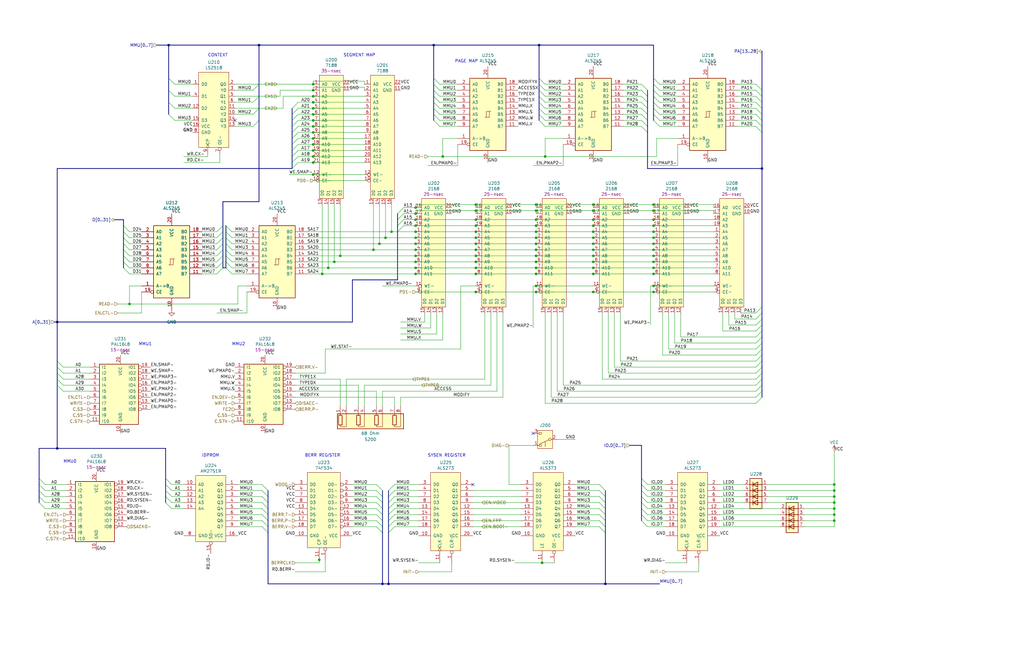
<source format=kicad_sch>
(kicad_sch (version 20231120) (generator "eeschema") (generator_version "8.0")
  (paper "USLedger")
  (title_block (title "MMU, Diag register") (date "2025-03-07") (rev "1"))
  (junction (at 132.08 60.96))
  (junction (at 200.66 100.33))
  (junction (at 250.19 123.19))
  (junction (at 226.06 92.71))
  (junction (at 162.56 100.33))
  (junction (at 200.66 107.95))
  (junction (at 157.48 105.41))
  (junction (at 175.26 92.71))
  (junction (at 132.08 45.72))
  (junction (at 132.08 73.66))
  (junction (at 175.26 97.79))
  (junction (at 132.08 50.8))
  (junction (at 227.33 19.05))
  (junction (at 250.19 92.71))
  (junction (at 24.13 189.23))
  (junction (at 275.59 123.19))
  (junction (at 321.31 71.12))
  (junction (at 186.69 66.04))
  (junction (at 200.66 86.36))
  (junction (at 140.97 110.49))
  (junction (at 226.06 115.57))
  (junction (at 175.26 115.57))
  (junction (at 250.19 113.03))
  (junction (at 200.66 97.79))
  (junction (at 250.19 110.49))
  (junction (at 143.51 107.95))
  (junction (at 275.59 120.65))
  (junction (at 175.26 105.41))
  (junction (at 226.06 105.41))
  (junction (at 200.66 92.71))
  (junction (at 175.26 87.63))
  (junction (at 200.66 115.57))
  (junction (at 250.19 102.87))
  (junction (at 54.61 128.27))
  (junction (at 200.66 88.9))
  (junction (at 351.79 212.09))
  (junction (at 275.59 115.57))
  (junction (at 175.26 107.95))
  (junction (at 160.02 102.87))
  (junction (at 132.08 68.58))
  (junction (at 275.59 107.95))
  (junction (at 351.79 207.01))
  (junction (at 351.79 219.71))
  (junction (at 135.89 115.57))
  (junction (at 200.66 110.49))
  (junction (at 132.08 43.18))
  (junction (at 226.06 95.25))
  (junction (at 226.06 113.03))
  (junction (at 229.87 66.04))
  (junction (at 250.19 97.79))
  (junction (at 24.13 135.89))
  (junction (at 351.79 204.47))
  (junction (at 275.59 86.36))
  (junction (at 226.06 123.19))
  (junction (at 275.59 113.03))
  (junction (at 175.26 102.87))
  (junction (at 226.06 100.33))
  (junction (at 351.79 214.63))
  (junction (at 250.19 105.41))
  (junction (at 250.19 107.95))
  (junction (at 163.83 246.38))
  (junction (at 175.26 110.49))
  (junction (at 132.08 53.34))
  (junction (at 226.06 107.95))
  (junction (at 226.06 102.87))
  (junction (at 250.19 100.33))
  (junction (at 250.19 88.9))
  (junction (at 250.19 86.36))
  (junction (at 109.22 19.05))
  (junction (at 138.43 113.03))
  (junction (at 275.59 100.33))
  (junction (at 275.59 97.79))
  (junction (at 226.06 86.36))
  (junction (at 132.08 48.26))
  (junction (at 275.59 92.71))
  (junction (at 200.66 113.03))
  (junction (at 226.06 97.79))
  (junction (at 132.08 63.5))
  (junction (at 200.66 105.41))
  (junction (at 175.26 90.17))
  (junction (at 134.62 236.22))
  (junction (at 250.19 115.57))
  (junction (at 275.59 95.25))
  (junction (at 226.06 88.9))
  (junction (at 132.08 38.1))
  (junction (at 132.08 40.64))
  (junction (at 226.06 110.49))
  (junction (at 175.26 100.33))
  (junction (at 132.08 55.88))
  (junction (at 226.06 120.65))
  (junction (at 132.08 35.56))
  (junction (at 255.27 246.38))
  (junction (at 275.59 110.49))
  (junction (at 275.59 105.41))
  (junction (at 275.59 102.87))
  (junction (at 175.26 95.25))
  (junction (at 132.08 66.04))
  (junction (at 351.79 217.17))
  (junction (at 200.66 102.87))
  (junction (at 182.88 19.05))
  (junction (at 351.79 209.55))
  (junction (at 228.6 237.49))
  (junction (at 132.08 58.42))
  (junction (at 161.29 246.38))
  (junction (at 275.59 88.9))
  (junction (at 250.19 95.25))
  (junction (at 165.1 97.79))
  (junction (at 200.66 95.25))
  (junction (at 200.66 123.19))
  (junction (at 71.12 19.05))
  (junction (at 175.26 113.03))
  (no_connect (at 224.79 182.88))
  (no_connect (at 99.06 50.8))
  (no_connect (at 199.39 204.47))
  (bus_entry (at 318.77 170.18) (size 2.54 -2.54))
  (bus_entry (at 275.59 38.1) (size 2.54 2.54))
  (bus_entry (at 318.77 45.72) (size 2.54 2.54))
  (bus_entry (at 91.44 107.95) (size 2.54 -2.54))
  (bus_entry (at 123.19 63.5) (size 2.54 -2.54))
  (bus_entry (at 24.13 152.4) (size 2.54 2.54))
  (bus_entry (at 167.64 90.17) (size 2.54 -2.54))
  (bus_entry (at 123.19 60.96) (size 2.54 -2.54))
  (bus_entry (at 91.44 97.79) (size 2.54 -2.54))
  (bus_entry (at 123.19 71.12) (size 2.54 -2.54))
  (bus_entry (at 110.49 207.01) (size 2.54 2.54))
  (bus_entry (at 270.51 45.72) (size 2.54 2.54))
  (bus_entry (at 270.51 204.47) (size 2.54 2.54))
  (bus_entry (at 318.77 53.34) (size 2.54 2.54))
  (bus_entry (at 123.19 50.8) (size 2.54 -2.54))
  (bus_entry (at 252.73 204.47) (size 2.54 2.54))
  (bus_entry (at 227.33 38.1) (size 2.54 2.54))
  (bus_entry (at 227.33 48.26) (size 2.54 2.54))
  (bus_entry (at 106.68 38.1) (size 2.54 -2.54))
  (bus_entry (at 163.83 219.71) (size 2.54 -2.54))
  (bus_entry (at 275.59 48.26) (size 2.54 2.54))
  (bus_entry (at 270.51 207.01) (size 2.54 2.54))
  (bus_entry (at 95.25 113.03) (size 2.54 2.54))
  (bus_entry (at 227.33 45.72) (size 2.54 2.54))
  (bus_entry (at 318.77 144.78) (size 2.54 -2.54))
  (bus_entry (at 318.77 132.08) (size 2.54 -2.54))
  (bus_entry (at 318.77 38.1) (size 2.54 2.54))
  (bus_entry (at 71.12 33.02) (size 2.54 2.54))
  (bus_entry (at 95.25 95.25) (size 2.54 2.54))
  (bus_entry (at 123.19 55.88) (size 2.54 -2.54))
  (bus_entry (at 182.88 43.18) (size 2.54 2.54))
  (bus_entry (at 270.51 212.09) (size 2.54 2.54))
  (bus_entry (at 182.88 35.56) (size 2.54 2.54))
  (bus_entry (at 91.44 110.49) (size 2.54 -2.54))
  (bus_entry (at 95.25 102.87) (size 2.54 2.54))
  (bus_entry (at 270.51 214.63) (size 2.54 2.54))
  (bus_entry (at 318.77 43.18) (size 2.54 2.54))
  (bus_entry (at 318.77 134.62) (size 2.54 -2.54))
  (bus_entry (at 318.77 48.26) (size 2.54 2.54))
  (bus_entry (at 318.77 139.7) (size 2.54 -2.54))
  (bus_entry (at 16.51 207.01) (size 2.54 2.54))
  (bus_entry (at 252.73 207.01) (size 2.54 2.54))
  (bus_entry (at 270.51 201.93) (size 2.54 2.54))
  (bus_entry (at 270.51 38.1) (size 2.54 2.54))
  (bus_entry (at 270.51 40.64) (size 2.54 2.54))
  (bus_entry (at 163.83 214.63) (size 2.54 -2.54))
  (bus_entry (at 110.49 204.47) (size 2.54 2.54))
  (bus_entry (at 91.44 100.33) (size 2.54 -2.54))
  (bus_entry (at 318.77 165.1) (size 2.54 -2.54))
  (bus_entry (at 227.33 43.18) (size 2.54 2.54))
  (bus_entry (at 52.07 100.33) (size 2.54 2.54))
  (bus_entry (at 24.13 154.94) (size 2.54 2.54))
  (bus_entry (at 227.33 40.64) (size 2.54 2.54))
  (bus_entry (at 106.68 53.34) (size 2.54 -2.54))
  (bus_entry (at 158.75 207.01) (size 2.54 2.54))
  (bus_entry (at 16.51 201.93) (size 2.54 2.54))
  (bus_entry (at 275.59 50.8) (size 2.54 2.54))
  (bus_entry (at 16.51 209.55) (size 2.54 2.54))
  (bus_entry (at 252.73 217.17) (size 2.54 2.54))
  (bus_entry (at 123.19 48.26) (size 2.54 -2.54))
  (bus_entry (at 158.75 212.09) (size 2.54 2.54))
  (bus_entry (at 110.49 219.71) (size 2.54 2.54))
  (bus_entry (at 318.77 152.4) (size 2.54 -2.54))
  (bus_entry (at 318.77 167.64) (size 2.54 -2.54))
  (bus_entry (at 158.75 209.55) (size 2.54 2.54))
  (bus_entry (at 91.44 102.87) (size 2.54 -2.54))
  (bus_entry (at 16.51 204.47) (size 2.54 2.54))
  (bus_entry (at 123.19 45.72) (size 2.54 -2.54))
  (bus_entry (at 69.85 209.55) (size 2.54 2.54))
  (bus_entry (at 71.12 43.18) (size 2.54 2.54))
  (bus_entry (at 110.49 212.09) (size 2.54 2.54))
  (bus_entry (at 52.07 102.87) (size 2.54 2.54))
  (bus_entry (at 16.51 212.09) (size 2.54 2.54))
  (bus_entry (at 24.13 160.02) (size 2.54 2.54))
  (bus_entry (at 252.73 222.25) (size 2.54 2.54))
  (bus_entry (at 167.64 95.25) (size 2.54 -2.54))
  (bus_entry (at 182.88 38.1) (size 2.54 2.54))
  (bus_entry (at 163.83 222.25) (size 2.54 -2.54))
  (bus_entry (at 275.59 40.64) (size 2.54 2.54))
  (bus_entry (at 52.07 110.49) (size 2.54 2.54))
  (bus_entry (at 158.75 217.17) (size 2.54 2.54))
  (bus_entry (at 227.33 50.8) (size 2.54 2.54))
  (bus_entry (at 270.51 217.17) (size 2.54 2.54))
  (bus_entry (at 95.25 110.49) (size 2.54 2.54))
  (bus_entry (at 69.85 201.93) (size 2.54 2.54))
  (bus_entry (at 69.85 204.47) (size 2.54 2.54))
  (bus_entry (at 163.83 217.17) (size 2.54 -2.54))
  (bus_entry (at 106.68 43.18) (size 2.54 -2.54))
  (bus_entry (at 110.49 214.63) (size 2.54 2.54))
  (bus_entry (at 110.49 222.25) (size 2.54 2.54))
  (bus_entry (at 52.07 95.25) (size 2.54 2.54))
  (bus_entry (at 227.33 33.02) (size 2.54 2.54))
  (bus_entry (at 270.51 53.34) (size 2.54 2.54))
  (bus_entry (at 24.13 162.56) (size 2.54 2.54))
  (bus_entry (at 270.51 209.55) (size 2.54 2.54))
  (bus_entry (at 270.51 48.26) (size 2.54 2.54))
  (bus_entry (at 71.12 48.26) (size 2.54 2.54))
  (bus_entry (at 69.85 207.01) (size 2.54 2.54))
  (bus_entry (at 252.73 219.71) (size 2.54 2.54))
  (bus_entry (at 318.77 142.24) (size 2.54 -2.54))
  (bus_entry (at 52.07 105.41) (size 2.54 2.54))
  (bus_entry (at 318.77 35.56) (size 2.54 2.54))
  (bus_entry (at 158.75 222.25) (size 2.54 2.54))
  (bus_entry (at 158.75 214.63) (size 2.54 2.54))
  (bus_entry (at 182.88 33.02) (size 2.54 2.54))
  (bus_entry (at 275.59 43.18) (size 2.54 2.54))
  (bus_entry (at 95.25 97.79) (size 2.54 2.54))
  (bus_entry (at 52.07 113.03) (size 2.54 2.54))
  (bus_entry (at 182.88 45.72) (size 2.54 2.54))
  (bus_entry (at 270.51 50.8) (size 2.54 2.54))
  (bus_entry (at 318.77 50.8) (size 2.54 2.54))
  (bus_entry (at 167.64 97.79) (size 2.54 -2.54))
  (bus_entry (at 252.73 214.63) (size 2.54 2.54))
  (bus_entry (at 69.85 212.09) (size 2.54 2.54))
  (bus_entry (at 318.77 147.32) (size 2.54 -2.54))
  (bus_entry (at 163.83 209.55) (size 2.54 -2.54))
  (bus_entry (at 110.49 217.17) (size 2.54 2.54))
  (bus_entry (at 275.59 35.56) (size 2.54 2.54))
  (bus_entry (at 163.83 207.01) (size 2.54 -2.54))
  (bus_entry (at 182.88 50.8) (size 2.54 2.54))
  (bus_entry (at 252.73 209.55) (size 2.54 2.54))
  (bus_entry (at 123.19 66.04) (size 2.54 -2.54))
  (bus_entry (at 318.77 160.02) (size 2.54 -2.54))
  (bus_entry (at 275.59 45.72) (size 2.54 2.54))
  (bus_entry (at 106.68 48.26) (size 2.54 -2.54))
  (bus_entry (at 182.88 40.64) (size 2.54 2.54))
  (bus_entry (at 167.64 92.71) (size 2.54 -2.54))
  (bus_entry (at 227.33 35.56) (size 2.54 2.54))
  (bus_entry (at 91.44 115.57) (size 2.54 -2.54))
  (bus_entry (at 91.44 113.03) (size 2.54 -2.54))
  (bus_entry (at 158.75 219.71) (size 2.54 2.54))
  (bus_entry (at 163.83 224.79) (size 2.54 -2.54))
  (bus_entry (at 318.77 157.48) (size 2.54 -2.54))
  (bus_entry (at 270.51 35.56) (size 2.54 2.54))
  (bus_entry (at 71.12 38.1) (size 2.54 2.54))
  (bus_entry (at 318.77 162.56) (size 2.54 -2.54))
  (bus_entry (at 270.51 219.71) (size 2.54 2.54))
  (bus_entry (at 52.07 107.95) (size 2.54 2.54))
  (bus_entry (at 318.77 154.94) (size 2.54 -2.54))
  (bus_entry (at 318.77 40.64) (size 2.54 2.54))
  (bus_entry (at 110.49 209.55) (size 2.54 2.54))
  (bus_entry (at 123.19 53.34) (size 2.54 -2.54))
  (bus_entry (at 270.51 43.18) (size 2.54 2.54))
  (bus_entry (at 252.73 212.09) (size 2.54 2.54))
  (bus_entry (at 91.44 105.41) (size 2.54 -2.54))
  (bus_entry (at 123.19 68.58) (size 2.54 -2.54))
  (bus_entry (at 275.59 33.02) (size 2.54 2.54))
  (bus_entry (at 318.77 149.86) (size 2.54 -2.54))
  (bus_entry (at 24.13 157.48) (size 2.54 2.54))
  (bus_entry (at 95.25 100.33) (size 2.54 2.54))
  (bus_entry (at 318.77 137.16) (size 2.54 -2.54))
  (bus_entry (at 52.07 97.79) (size 2.54 2.54))
  (bus_entry (at 158.75 204.47) (size 2.54 2.54))
  (bus_entry (at 163.83 212.09) (size 2.54 -2.54))
  (bus_entry (at 95.25 107.95) (size 2.54 2.54))
  (bus_entry (at 182.88 48.26) (size 2.54 2.54))
  (bus_entry (at 95.25 105.41) (size 2.54 2.54))
  (bus_entry (at 123.19 58.42) (size 2.54 -2.54))
  (wire (pts (xy 278.13 48.26) (xy 285.75 48.26)))
  (bus (pts (xy 275.59 48.26) (xy 275.59 50.8)))
  (wire (pts (xy 303.53 217.17) (xy 328.93 217.17)))
  (wire (pts (xy 226.06 113.03) (xy 250.19 113.03)))
  (wire (pts (xy 97.79 110.49) (xy 104.14 110.49)))
  (bus (pts (xy 161.29 214.63) (xy 161.29 217.17)))
  (wire (pts (xy 278.13 53.34) (xy 285.75 53.34)))
  (wire (pts (xy 226.06 86.36) (xy 226.06 87.63)))
  (bus (pts (xy 93.98 107.95) (xy 93.98 110.49)))
  (wire (pts (xy 132.08 58.42) (xy 153.67 58.42)))
  (bus (pts (xy 66.04 19.05) (xy 71.12 19.05)))
  (wire (pts (xy 185.42 50.8) (xy 193.04 50.8)))
  (wire (pts (xy 132.08 38.1) (xy 132.08 36.83)))
  (bus (pts (xy 16.51 209.55) (xy 16.51 212.09)))
  (wire (pts (xy 318.77 149.86) (xy 279.4 149.86)))
  (wire (pts (xy 132.08 55.88) (xy 153.67 55.88)))
  (wire (pts (xy 300.99 88.9) (xy 300.99 90.17)))
  (wire (pts (xy 200.66 105.41) (xy 226.06 105.41)))
  (wire (pts (xy 124.46 165.1) (xy 158.75 165.1)))
  (wire (pts (xy 318.77 142.24) (xy 287.02 142.24)))
  (bus (pts (xy 95.25 97.79) (xy 95.25 100.33)))
  (wire (pts (xy 229.87 43.18) (xy 237.49 43.18)))
  (bus (pts (xy 270.51 212.09) (xy 270.51 214.63)))
  (wire (pts (xy 110.49 209.55) (xy 100.33 209.55)))
  (bus (pts (xy 273.05 43.18) (xy 273.05 45.72)))
  (wire (pts (xy 351.79 222.25) (xy 351.79 219.71)))
  (bus (pts (xy 148.59 135.89) (xy 24.13 135.89)))
  (bus (pts (xy 109.22 35.56) (xy 109.22 40.64)))
  (bus (pts (xy 182.88 19.05) (xy 227.33 19.05)))
  (wire (pts (xy 262.89 38.1) (xy 270.51 38.1)))
  (wire (pts (xy 157.48 86.36) (xy 157.48 105.41)))
  (wire (pts (xy 250.19 105.41) (xy 275.59 105.41)))
  (wire (pts (xy 165.1 97.79) (xy 167.64 97.79)))
  (wire (pts (xy 285.75 69.85) (xy 274.32 69.85)))
  (bus (pts (xy 255.27 214.63) (xy 255.27 217.17)))
  (wire (pts (xy 311.15 53.34) (xy 318.77 53.34)))
  (wire (pts (xy 134.62 237.49) (xy 124.46 237.49)))
  (wire (pts (xy 104.14 123.19) (xy 104.14 132.08)))
  (bus (pts (xy 24.13 71.12) (xy 24.13 135.89)))
  (wire (pts (xy 200.66 115.57) (xy 226.06 115.57)))
  (wire (pts (xy 214.63 204.47) (xy 219.71 204.47)))
  (bus (pts (xy 69.85 207.01) (xy 69.85 209.55)))
  (wire (pts (xy 252.73 204.47) (xy 242.57 204.47)))
  (wire (pts (xy 275.59 100.33) (xy 300.99 100.33)))
  (bus (pts (xy 113.03 222.25) (xy 113.03 224.79)))
  (wire (pts (xy 226.06 88.9) (xy 226.06 90.17)))
  (wire (pts (xy 284.48 144.78) (xy 284.48 132.08)))
  (wire (pts (xy 311.15 35.56) (xy 318.77 35.56)))
  (wire (pts (xy 204.47 160.02) (xy 204.47 132.08)))
  (wire (pts (xy 226.06 105.41) (xy 250.19 105.41)))
  (wire (pts (xy 26.67 165.1) (xy 38.1 165.1)))
  (wire (pts (xy 132.08 76.2) (xy 153.67 76.2)))
  (bus (pts (xy 321.31 71.12) (xy 321.31 129.54)))
  (wire (pts (xy 168.91 171.45) (xy 168.91 167.64)))
  (wire (pts (xy 275.59 120.65) (xy 300.99 120.65)))
  (bus (pts (xy 321.31 40.64) (xy 321.31 43.18)))
  (wire (pts (xy 109.22 45.72) (xy 119.38 45.72)))
  (wire (pts (xy 160.02 102.87) (xy 175.26 102.87)))
  (bus (pts (xy 255.27 217.17) (xy 255.27 219.71)))
  (wire (pts (xy 26.67 162.56) (xy 38.1 162.56)))
  (wire (pts (xy 226.06 92.71) (xy 250.19 92.71)))
  (wire (pts (xy 285.75 58.42) (xy 276.86 58.42)))
  (wire (pts (xy 106.68 48.26) (xy 99.06 48.26)))
  (bus (pts (xy 163.83 209.55) (xy 163.83 212.09)))
  (bus (pts (xy 270.51 187.96) (xy 265.43 187.96)))
  (wire (pts (xy 26.67 154.94) (xy 38.1 154.94)))
  (wire (pts (xy 289.56 237.49) (xy 280.67 237.49)))
  (wire (pts (xy 132.08 63.5) (xy 153.67 63.5)))
  (wire (pts (xy 137.16 157.48) (xy 137.16 147.32)))
  (wire (pts (xy 85.09 97.79) (xy 91.44 97.79)))
  (wire (pts (xy 261.62 152.4) (xy 261.62 132.08)))
  (bus (pts (xy 255.27 224.79) (xy 255.27 246.38)))
  (wire (pts (xy 226.06 95.25) (xy 250.19 95.25)))
  (wire (pts (xy 262.89 45.72) (xy 270.51 45.72)))
  (wire (pts (xy 209.55 165.1) (xy 209.55 132.08)))
  (bus (pts (xy 227.33 19.05) (xy 275.59 19.05)))
  (wire (pts (xy 143.51 86.36) (xy 143.51 107.95)))
  (wire (pts (xy 85.09 107.95) (xy 91.44 107.95)))
  (wire (pts (xy 100.33 120.65) (xy 100.33 128.27)))
  (bus (pts (xy 95.25 105.41) (xy 95.25 107.95)))
  (bus (pts (xy 270.51 207.01) (xy 270.51 209.55)))
  (bus (pts (xy 113.03 207.01) (xy 113.03 209.55)))
  (bus (pts (xy 163.83 246.38) (xy 255.27 246.38)))
  (wire (pts (xy 137.16 147.32) (xy 194.31 147.32)))
  (wire (pts (xy 318.77 170.18) (xy 229.87 170.18)))
  (wire (pts (xy 252.73 214.63) (xy 242.57 214.63)))
  (bus (pts (xy 167.64 92.71) (xy 167.64 95.25)))
  (wire (pts (xy 250.19 102.87) (xy 275.59 102.87)))
  (wire (pts (xy 72.39 204.47) (xy 77.47 204.47)))
  (wire (pts (xy 99.06 45.72) (xy 109.22 45.72)))
  (wire (pts (xy 226.06 100.33) (xy 250.19 100.33)))
  (wire (pts (xy 161.29 171.45) (xy 161.29 165.1)))
  (wire (pts (xy 318.77 147.32) (xy 281.94 147.32)))
  (bus (pts (xy 123.19 48.26) (xy 123.19 50.8)))
  (wire (pts (xy 85.09 115.57) (xy 91.44 115.57)))
  (wire (pts (xy 199.39 219.71) (xy 219.71 219.71)))
  (bus (pts (xy 275.59 19.05) (xy 275.59 33.02)))
  (wire (pts (xy 229.87 170.18) (xy 229.87 132.08)))
  (wire (pts (xy 250.19 88.9) (xy 275.59 88.9)))
  (wire (pts (xy 311.15 50.8) (xy 318.77 50.8)))
  (bus (pts (xy 161.29 209.55) (xy 161.29 212.09)))
  (wire (pts (xy 125.73 66.04) (xy 132.08 66.04)))
  (wire (pts (xy 132.08 34.29) (xy 153.67 34.29)))
  (wire (pts (xy 125.73 45.72) (xy 132.08 45.72)))
  (wire (pts (xy 158.75 214.63) (xy 148.59 214.63)))
  (bus (pts (xy 270.51 209.55) (xy 270.51 212.09)))
  (wire (pts (xy 274.32 120.65) (xy 274.32 137.16)))
  (wire (pts (xy 166.37 222.25) (xy 176.53 222.25)))
  (wire (pts (xy 167.64 97.79) (xy 175.26 97.79)))
  (bus (pts (xy 52.07 105.41) (xy 52.07 107.95)))
  (wire (pts (xy 185.42 53.34) (xy 193.04 53.34)))
  (wire (pts (xy 158.75 204.47) (xy 148.59 204.47)))
  (wire (pts (xy 73.66 35.56) (xy 81.28 35.56)))
  (bus (pts (xy 69.85 204.47) (xy 69.85 207.01)))
  (bus (pts (xy 93.98 100.33) (xy 93.98 102.87)))
  (wire (pts (xy 175.26 100.33) (xy 200.66 100.33)))
  (wire (pts (xy 250.19 97.79) (xy 275.59 97.79)))
  (wire (pts (xy 275.59 95.25) (xy 300.99 95.25)))
  (bus (pts (xy 123.19 58.42) (xy 123.19 60.96)))
  (wire (pts (xy 146.05 160.02) (xy 204.47 160.02)))
  (wire (pts (xy 175.26 107.95) (xy 200.66 107.95)))
  (wire (pts (xy 229.87 45.72) (xy 237.49 45.72)))
  (wire (pts (xy 229.87 53.34) (xy 237.49 53.34)))
  (wire (pts (xy 19.05 204.47) (xy 27.94 204.47)))
  (wire (pts (xy 226.06 97.79) (xy 250.19 97.79)))
  (wire (pts (xy 242.57 217.17) (xy 252.73 217.17)))
  (wire (pts (xy 180.34 69.85) (xy 193.04 69.85)))
  (wire (pts (xy 229.87 58.42) (xy 237.49 58.42)))
  (wire (pts (xy 175.26 102.87) (xy 200.66 102.87)))
  (wire (pts (xy 184.15 132.08) (xy 184.15 140.97)))
  (bus (pts (xy 161.29 222.25) (xy 161.29 224.79)))
  (wire (pts (xy 186.69 143.51) (xy 168.91 143.51)))
  (wire (pts (xy 287.02 142.24) (xy 287.02 132.08)))
  (wire (pts (xy 110.49 219.71) (xy 100.33 219.71)))
  (bus (pts (xy 321.31 147.32) (xy 321.31 149.86)))
  (wire (pts (xy 153.67 36.83) (xy 153.67 38.1)))
  (wire (pts (xy 228.6 237.49) (xy 217.17 237.49)))
  (wire (pts (xy 252.73 209.55) (xy 242.57 209.55)))
  (wire (pts (xy 165.1 97.79) (xy 129.54 97.79)))
  (bus (pts (xy 123.19 55.88) (xy 123.19 58.42)))
  (bus (pts (xy 227.33 38.1) (xy 227.33 40.64)))
  (wire (pts (xy 262.89 40.64) (xy 270.51 40.64)))
  (wire (pts (xy 176.53 209.55) (xy 166.37 209.55)))
  (wire (pts (xy 148.59 212.09) (xy 158.75 212.09)))
  (bus (pts (xy 24.13 154.94) (xy 24.13 157.48)))
  (wire (pts (xy 234.95 185.42) (xy 242.57 185.42)))
  (wire (pts (xy 185.42 43.18) (xy 193.04 43.18)))
  (wire (pts (xy 135.89 86.36) (xy 135.89 115.57)))
  (wire (pts (xy 184.15 140.97) (xy 168.91 140.97)))
  (wire (pts (xy 185.42 237.49) (xy 176.53 237.49)))
  (wire (pts (xy 162.56 100.33) (xy 175.26 100.33)))
  (bus (pts (xy 321.31 144.78) (xy 321.31 147.32)))
  (wire (pts (xy 200.66 86.36) (xy 200.66 87.63)))
  (bus (pts (xy 161.29 207.01) (xy 161.29 209.55)))
  (bus (pts (xy 71.12 38.1) (xy 71.12 43.18)))
  (bus (pts (xy 273.05 38.1) (xy 273.05 40.64)))
  (wire (pts (xy 318.77 160.02) (xy 254 160.02)))
  (wire (pts (xy 186.69 132.08) (xy 186.69 143.51)))
  (wire (pts (xy 242.57 212.09) (xy 252.73 212.09)))
  (bus (pts (xy 255.27 246.38) (xy 278.13 246.38)))
  (wire (pts (xy 170.18 87.63) (xy 175.26 87.63)))
  (wire (pts (xy 323.85 212.09) (xy 351.79 212.09)))
  (wire (pts (xy 200.66 92.71) (xy 226.06 92.71)))
  (wire (pts (xy 226.06 86.36) (xy 250.19 86.36)))
  (wire (pts (xy 54.61 107.95) (xy 59.69 107.95)))
  (bus (pts (xy 109.22 85.09) (xy 93.98 85.09)))
  (wire (pts (xy 158.75 219.71) (xy 148.59 219.71)))
  (wire (pts (xy 146.05 160.02) (xy 146.05 171.45)))
  (wire (pts (xy 160.02 102.87) (xy 129.54 102.87)))
  (wire (pts (xy 175.26 87.63) (xy 175.26 86.36)))
  (wire (pts (xy 285.75 60.96) (xy 285.75 69.85)))
  (wire (pts (xy 54.61 128.27) (xy 54.61 120.65)))
  (wire (pts (xy 54.61 110.49) (xy 59.69 110.49)))
  (wire (pts (xy 175.26 110.49) (xy 200.66 110.49)))
  (wire (pts (xy 175.26 97.79) (xy 200.66 97.79)))
  (wire (pts (xy 278.13 43.18) (xy 285.75 43.18)))
  (bus (pts (xy 109.22 19.05) (xy 182.88 19.05)))
  (wire (pts (xy 97.79 102.87) (xy 104.14 102.87)))
  (wire (pts (xy 132.08 40.64) (xy 153.67 40.64)))
  (wire (pts (xy 129.54 110.49) (xy 140.97 110.49)))
  (wire (pts (xy 92.71 64.77) (xy 92.71 68.58)))
  (wire (pts (xy 311.15 43.18) (xy 318.77 43.18)))
  (bus (pts (xy 93.98 95.25) (xy 93.98 97.79)))
  (wire (pts (xy 106.68 53.34) (xy 99.06 53.34)))
  (wire (pts (xy 275.59 115.57) (xy 300.99 115.57)))
  (wire (pts (xy 207.01 162.56) (xy 207.01 132.08)))
  (bus (pts (xy 69.85 189.23) (xy 69.85 201.93)))
  (wire (pts (xy 186.69 66.04) (xy 180.34 66.04)))
  (wire (pts (xy 226.06 120.65) (xy 224.79 120.65)))
  (bus (pts (xy 71.12 43.18) (xy 71.12 48.26)))
  (wire (pts (xy 275.59 86.36) (xy 300.99 86.36)))
  (bus (pts (xy 95.25 102.87) (xy 95.25 105.41)))
  (wire (pts (xy 200.66 95.25) (xy 226.06 95.25)))
  (bus (pts (xy 161.29 246.38) (xy 163.83 246.38)))
  (wire (pts (xy 190.5 237.49) (xy 190.5 241.3)))
  (wire (pts (xy 19.05 209.55) (xy 27.94 209.55)))
  (wire (pts (xy 199.39 212.09) (xy 219.71 212.09)))
  (bus (pts (xy 161.29 219.71) (xy 161.29 222.25)))
  (wire (pts (xy 161.29 120.65) (xy 175.26 120.65)))
  (wire (pts (xy 148.59 222.25) (xy 158.75 222.25)))
  (wire (pts (xy 176.53 219.71) (xy 166.37 219.71)))
  (wire (pts (xy 318.77 152.4) (xy 261.62 152.4)))
  (wire (pts (xy 54.61 128.27) (xy 49.53 128.27)))
  (bus (pts (xy 71.12 33.02) (xy 71.12 38.1)))
  (wire (pts (xy 85.09 113.03) (xy 91.44 113.03)))
  (wire (pts (xy 229.87 50.8) (xy 237.49 50.8)))
  (wire (pts (xy 54.61 113.03) (xy 59.69 113.03)))
  (wire (pts (xy 85.09 100.33) (xy 91.44 100.33)))
  (wire (pts (xy 226.06 102.87) (xy 250.19 102.87)))
  (wire (pts (xy 304.8 139.7) (xy 304.8 132.08)))
  (bus (pts (xy 321.31 71.12) (xy 273.05 71.12)))
  (wire (pts (xy 351.79 217.17) (xy 351.79 214.63)))
  (bus (pts (xy 123.19 50.8) (xy 123.19 53.34)))
  (wire (pts (xy 273.05 217.17) (xy 280.67 217.17)))
  (wire (pts (xy 273.05 204.47) (xy 280.67 204.47)))
  (wire (pts (xy 233.68 237.49) (xy 228.6 237.49)))
  (wire (pts (xy 275.59 105.41) (xy 300.99 105.41)))
  (bus (pts (xy 69.85 201.93) (xy 69.85 204.47)))
  (wire (pts (xy 148.59 207.01) (xy 158.75 207.01)))
  (wire (pts (xy 318.77 144.78) (xy 284.48 144.78)))
  (bus (pts (xy 109.22 45.72) (xy 109.22 50.8)))
  (wire (pts (xy 124.46 157.48) (xy 137.16 157.48)))
  (wire (pts (xy 318.77 162.56) (xy 237.49 162.56)))
  (bus (pts (xy 95.25 100.33) (xy 95.25 102.87)))
  (wire (pts (xy 153.67 171.45) (xy 153.67 162.56)))
  (wire (pts (xy 303.53 207.01) (xy 313.69 207.01)))
  (wire (pts (xy 19.05 212.09) (xy 27.94 212.09)))
  (wire (pts (xy 140.97 86.36) (xy 140.97 110.49)))
  (wire (pts (xy 176.53 214.63) (xy 166.37 214.63)))
  (bus (pts (xy 167.64 95.25) (xy 167.64 97.79)))
  (wire (pts (xy 278.13 40.64) (xy 285.75 40.64)))
  (bus (pts (xy 93.98 97.79) (xy 93.98 100.33)))
  (wire (pts (xy 143.51 160.02) (xy 143.51 171.45)))
  (bus (pts (xy 321.31 38.1) (xy 321.31 40.64)))
  (bus (pts (xy 255.27 207.01) (xy 255.27 209.55)))
  (wire (pts (xy 125.73 43.18) (xy 132.08 43.18)))
  (wire (pts (xy 229.87 35.56) (xy 237.49 35.56)))
  (bus (pts (xy 123.19 53.34) (xy 123.19 55.88)))
  (wire (pts (xy 162.56 100.33) (xy 129.54 100.33)))
  (bus (pts (xy 52.07 110.49) (xy 52.07 113.03)))
  (bus (pts (xy 270.51 214.63) (xy 270.51 217.17)))
  (wire (pts (xy 212.09 167.64) (xy 212.09 132.08)))
  (wire (pts (xy 300.99 86.36) (xy 300.99 87.63)))
  (bus (pts (xy 321.31 50.8) (xy 321.31 53.34)))
  (wire (pts (xy 97.79 100.33) (xy 104.14 100.33)))
  (bus (pts (xy 16.51 204.47) (xy 16.51 207.01)))
  (wire (pts (xy 323.85 209.55) (xy 351.79 209.55)))
  (wire (pts (xy 194.31 120.65) (xy 200.66 120.65)))
  (wire (pts (xy 125.73 68.58) (xy 132.08 68.58)))
  (wire (pts (xy 175.26 115.57) (xy 200.66 115.57)))
  (wire (pts (xy 134.62 234.95) (xy 134.62 236.22)))
  (wire (pts (xy 179.07 132.08) (xy 179.07 135.89)))
  (bus (pts (xy 167.64 118.11) (xy 148.59 118.11)))
  (wire (pts (xy 339.09 217.17) (xy 351.79 217.17)))
  (bus (pts (xy 113.03 217.17) (xy 113.03 219.71)))
  (wire (pts (xy 100.33 207.01) (xy 110.49 207.01)))
  (wire (pts (xy 104.14 132.08) (xy 91.44 132.08)))
  (wire (pts (xy 276.86 66.04) (xy 229.87 66.04)))
  (wire (pts (xy 262.89 50.8) (xy 270.51 50.8)))
  (bus (pts (xy 321.31 48.26) (xy 321.31 50.8)))
  (bus (pts (xy 321.31 160.02) (xy 321.31 162.56)))
  (wire (pts (xy 275.59 110.49) (xy 300.99 110.49)))
  (bus (pts (xy 52.07 97.79) (xy 52.07 100.33)))
  (bus (pts (xy 93.98 85.09) (xy 93.98 95.25)))
  (wire (pts (xy 132.08 66.04) (xy 153.67 66.04)))
  (wire (pts (xy 262.89 48.26) (xy 270.51 48.26)))
  (bus (pts (xy 52.07 92.71) (xy 52.07 95.25)))
  (wire (pts (xy 134.62 236.22) (xy 134.62 237.49)))
  (wire (pts (xy 100.33 222.25) (xy 110.49 222.25)))
  (wire (pts (xy 273.05 214.63) (xy 280.67 214.63)))
  (wire (pts (xy 72.39 214.63) (xy 77.47 214.63)))
  (wire (pts (xy 124.46 167.64) (xy 166.37 167.64)))
  (bus (pts (xy 321.31 53.34) (xy 321.31 55.88)))
  (wire (pts (xy 229.87 48.26) (xy 237.49 48.26)))
  (wire (pts (xy 250.19 92.71) (xy 275.59 92.71)))
  (wire (pts (xy 229.87 40.64) (xy 237.49 40.64)))
  (wire (pts (xy 200.66 123.19) (xy 226.06 123.19)))
  (bus (pts (xy 321.31 129.54) (xy 321.31 132.08)))
  (bus (pts (xy 123.19 68.58) (xy 123.19 71.12)))
  (wire (pts (xy 318.77 137.16) (xy 307.34 137.16)))
  (wire (pts (xy 275.59 88.9) (xy 300.99 88.9)))
  (wire (pts (xy 318.77 157.48) (xy 256.54 157.48)))
  (bus (pts (xy 24.13 157.48) (xy 24.13 160.02)))
  (bus (pts (xy 321.31 137.16) (xy 321.31 139.7)))
  (wire (pts (xy 158.75 165.1) (xy 158.75 171.45)))
  (bus (pts (xy 182.88 35.56) (xy 182.88 38.1)))
  (wire (pts (xy 200.66 102.87) (xy 226.06 102.87)))
  (wire (pts (xy 250.19 95.25) (xy 275.59 95.25)))
  (bus (pts (xy 227.33 48.26) (xy 227.33 50.8)))
  (wire (pts (xy 109.22 35.56) (xy 132.08 35.56)))
  (wire (pts (xy 151.13 162.56) (xy 151.13 171.45)))
  (wire (pts (xy 250.19 86.36) (xy 275.59 86.36)))
  (wire (pts (xy 229.87 66.04) (xy 229.87 58.42)))
  (bus (pts (xy 163.83 207.01) (xy 163.83 209.55)))
  (wire (pts (xy 179.07 135.89) (xy 168.91 135.89)))
  (wire (pts (xy 118.11 40.64) (xy 118.11 38.1)))
  (wire (pts (xy 124.46 162.56) (xy 151.13 162.56)))
  (wire (pts (xy 99.06 40.64) (xy 109.22 40.64)))
  (bus (pts (xy 227.33 45.72) (xy 227.33 48.26)))
  (wire (pts (xy 175.26 92.71) (xy 200.66 92.71)))
  (wire (pts (xy 259.08 154.94) (xy 259.08 132.08)))
  (wire (pts (xy 339.09 214.63) (xy 351.79 214.63)))
  (wire (pts (xy 273.05 207.01) (xy 280.67 207.01)))
  (bus (pts (xy 161.29 212.09) (xy 161.29 214.63)))
  (wire (pts (xy 318.77 165.1) (xy 234.95 165.1)))
  (wire (pts (xy 224.79 187.96) (xy 214.63 187.96)))
  (wire (pts (xy 73.66 45.72) (xy 81.28 45.72)))
  (wire (pts (xy 185.42 35.56) (xy 193.04 35.56)))
  (wire (pts (xy 54.61 102.87) (xy 59.69 102.87)))
  (bus (pts (xy 24.13 162.56) (xy 24.13 189.23)))
  (bus (pts (xy 24.13 135.89) (xy 22.86 135.89)))
  (wire (pts (xy 137.16 241.3) (xy 124.46 241.3)))
  (wire (pts (xy 303.53 219.71) (xy 328.93 219.71)))
  (wire (pts (xy 278.13 38.1) (xy 285.75 38.1)))
  (bus (pts (xy 275.59 45.72) (xy 275.59 48.26)))
  (bus (pts (xy 255.27 222.25) (xy 255.27 224.79)))
  (wire (pts (xy 132.08 45.72) (xy 153.67 45.72)))
  (bus (pts (xy 24.13 71.12) (xy 123.19 71.12)))
  (wire (pts (xy 129.54 113.03) (xy 138.43 113.03)))
  (wire (pts (xy 318.77 134.62) (xy 309.88 134.62)))
  (bus (pts (xy 24.13 189.23) (xy 16.51 189.23)))
  (bus (pts (xy 69.85 209.55) (xy 69.85 212.09)))
  (wire (pts (xy 323.85 207.01) (xy 351.79 207.01)))
  (wire (pts (xy 165.1 86.36) (xy 165.1 97.79)))
  (wire (pts (xy 54.61 115.57) (xy 59.69 115.57)))
  (wire (pts (xy 250.19 115.57) (xy 275.59 115.57)))
  (bus (pts (xy 16.51 189.23) (xy 16.51 201.93)))
  (bus (pts (xy 273.05 53.34) (xy 273.05 55.88)))
  (wire (pts (xy 125.73 55.88) (xy 132.08 55.88)))
  (wire (pts (xy 132.08 50.8) (xy 153.67 50.8)))
  (wire (pts (xy 200.66 107.95) (xy 226.06 107.95)))
  (bus (pts (xy 123.19 45.72) (xy 123.19 48.26)))
  (bus (pts (xy 255.27 209.55) (xy 255.27 212.09)))
  (wire (pts (xy 92.71 68.58) (xy 77.47 68.58)))
  (wire (pts (xy 242.57 207.01) (xy 252.73 207.01)))
  (bus (pts (xy 321.31 21.59) (xy 321.31 38.1)))
  (bus (pts (xy 182.88 45.72) (xy 182.88 48.26)))
  (bus (pts (xy 163.83 214.63) (xy 163.83 217.17)))
  (wire (pts (xy 232.41 167.64) (xy 232.41 132.08)))
  (wire (pts (xy 311.15 48.26) (xy 318.77 48.26)))
  (wire (pts (xy 200.66 88.9) (xy 200.66 90.17)))
  (wire (pts (xy 200.66 100.33) (xy 226.06 100.33)))
  (wire (pts (xy 153.67 34.29) (xy 153.67 35.56)))
  (bus (pts (xy 275.59 43.18) (xy 275.59 45.72)))
  (bus (pts (xy 95.25 107.95) (xy 95.25 110.49)))
  (wire (pts (xy 200.66 97.79) (xy 226.06 97.79)))
  (wire (pts (xy 226.06 107.95) (xy 250.19 107.95)))
  (wire (pts (xy 125.73 48.26) (xy 132.08 48.26)))
  (wire (pts (xy 226.06 110.49) (xy 250.19 110.49)))
  (bus (pts (xy 24.13 160.02) (xy 24.13 162.56)))
  (bus (pts (xy 93.98 105.41) (xy 93.98 107.95)))
  (wire (pts (xy 278.13 45.72) (xy 285.75 45.72)))
  (wire (pts (xy 276.86 58.42) (xy 276.86 66.04)))
  (wire (pts (xy 294.64 241.3) (xy 280.67 241.3)))
  (wire (pts (xy 181.61 138.43) (xy 168.91 138.43)))
  (wire (pts (xy 132.08 68.58) (xy 153.67 68.58)))
  (bus (pts (xy 227.33 35.56) (xy 227.33 38.1)))
  (wire (pts (xy 49.53 132.08) (xy 59.69 132.08)))
  (bus (pts (xy 182.88 19.05) (xy 182.88 33.02)))
  (bus (pts (xy 52.07 102.87) (xy 52.07 105.41)))
  (bus (pts (xy 321.31 149.86) (xy 321.31 152.4)))
  (bus (pts (xy 275.59 38.1) (xy 275.59 40.64)))
  (bus (pts (xy 93.98 102.87) (xy 93.98 105.41)))
  (bus (pts (xy 24.13 152.4) (xy 24.13 154.94)))
  (wire (pts (xy 262.89 53.34) (xy 270.51 53.34)))
  (wire (pts (xy 166.37 207.01) (xy 176.53 207.01)))
  (wire (pts (xy 19.05 214.63) (xy 27.94 214.63)))
  (wire (pts (xy 132.08 73.66) (xy 153.67 73.66)))
  (wire (pts (xy 250.19 86.36) (xy 250.19 87.63)))
  (wire (pts (xy 199.39 214.63) (xy 219.71 214.63)))
  (wire (pts (xy 175.26 90.17) (xy 175.26 88.9)))
  (wire (pts (xy 275.59 113.03) (xy 300.99 113.03)))
  (bus (pts (xy 161.29 224.79) (xy 161.29 246.38)))
  (wire (pts (xy 129.54 107.95) (xy 143.51 107.95)))
  (bus (pts (xy 255.27 212.09) (xy 255.27 214.63)))
  (wire (pts (xy 119.38 40.64) (xy 132.08 40.64)))
  (wire (pts (xy 138.43 113.03) (xy 175.26 113.03)))
  (wire (pts (xy 148.59 217.17) (xy 158.75 217.17)))
  (bus (pts (xy 275.59 33.02) (xy 275.59 35.56)))
  (wire (pts (xy 125.73 63.5) (xy 132.08 63.5)))
  (bus (pts (xy 163.83 222.25) (xy 163.83 224.79)))
  (bus (pts (xy 270.51 204.47) (xy 270.51 207.01)))
  (wire (pts (xy 351.79 204.47) (xy 351.79 190.5)))
  (wire (pts (xy 262.89 43.18) (xy 270.51 43.18)))
  (wire (pts (xy 185.42 45.72) (xy 193.04 45.72)))
  (wire (pts (xy 275.59 97.79) (xy 300.99 97.79)))
  (wire (pts (xy 226.06 120.65) (xy 250.19 120.65)))
  (wire (pts (xy 87.63 64.77) (xy 87.63 66.04)))
  (wire (pts (xy 318.77 154.94) (xy 259.08 154.94)))
  (wire (pts (xy 351.79 219.71) (xy 351.79 217.17)))
  (wire (pts (xy 234.95 165.1) (xy 234.95 132.08)))
  (wire (pts (xy 273.05 209.55) (xy 280.67 209.55)))
  (wire (pts (xy 54.61 120.65) (xy 59.69 120.65)))
  (wire (pts (xy 307.34 137.16) (xy 307.34 132.08)))
  (wire (pts (xy 185.42 48.26) (xy 193.04 48.26)))
  (bus (pts (xy 71.12 19.05) (xy 109.22 19.05)))
  (wire (pts (xy 275.59 88.9) (xy 275.59 90.17)))
  (wire (pts (xy 72.39 212.09) (xy 77.47 212.09)))
  (wire (pts (xy 351.79 209.55) (xy 351.79 207.01)))
  (wire (pts (xy 275.59 86.36) (xy 275.59 87.63)))
  (wire (pts (xy 170.18 92.71) (xy 175.26 92.71)))
  (wire (pts (xy 339.09 222.25) (xy 351.79 222.25)))
  (bus (pts (xy 227.33 43.18) (xy 227.33 45.72)))
  (wire (pts (xy 200.66 86.36) (xy 226.06 86.36)))
  (wire (pts (xy 175.26 88.9) (xy 200.66 88.9)))
  (wire (pts (xy 100.33 212.09) (xy 110.49 212.09)))
  (bus (pts (xy 321.31 43.18) (xy 321.31 45.72)))
  (bus (pts (xy 163.83 219.71) (xy 163.83 222.25)))
  (wire (pts (xy 250.19 123.19) (xy 275.59 123.19)))
  (bus (pts (xy 123.19 60.96) (xy 123.19 63.5)))
  (bus (pts (xy 148.59 118.11) (xy 148.59 135.89)))
  (wire (pts (xy 26.67 157.48) (xy 38.1 157.48)))
  (wire (pts (xy 275.59 92.71) (xy 300.99 92.71)))
  (wire (pts (xy 351.79 212.09) (xy 351.79 209.55)))
  (wire (pts (xy 351.79 207.01) (xy 351.79 204.47)))
  (wire (pts (xy 132.08 60.96) (xy 153.67 60.96)))
  (wire (pts (xy 193.04 60.96) (xy 193.04 69.85)))
  (wire (pts (xy 237.49 162.56) (xy 237.49 132.08)))
  (wire (pts (xy 137.16 236.22) (xy 137.16 241.3)))
  (bus (pts (xy 273.05 48.26) (xy 273.05 50.8)))
  (bus (pts (xy 275.59 40.64) (xy 275.59 43.18)))
  (wire (pts (xy 157.48 105.41) (xy 175.26 105.41)))
  (wire (pts (xy 200.66 110.49) (xy 226.06 110.49)))
  (wire (pts (xy 256.54 157.48) (xy 256.54 132.08)))
  (wire (pts (xy 19.05 207.01) (xy 27.94 207.01)))
  (wire (pts (xy 59.69 132.08) (xy 59.69 123.19)))
  (wire (pts (xy 252.73 219.71) (xy 242.57 219.71)))
  (wire (pts (xy 175.26 123.19) (xy 200.66 123.19)))
  (wire (pts (xy 237.49 69.85) (xy 224.79 69.85)))
  (wire (pts (xy 303.53 204.47) (xy 313.69 204.47)))
  (bus (pts (xy 321.31 142.24) (xy 321.31 144.78)))
  (bus (pts (xy 123.19 63.5) (xy 123.19 66.04)))
  (wire (pts (xy 250.19 100.33) (xy 275.59 100.33)))
  (bus (pts (xy 182.88 38.1) (xy 182.88 40.64)))
  (wire (pts (xy 186.69 66.04) (xy 186.69 58.42)))
  (wire (pts (xy 224.79 120.65) (xy 224.79 138.43)))
  (wire (pts (xy 135.89 115.57) (xy 175.26 115.57)))
  (bus (pts (xy 321.31 139.7) (xy 321.31 142.24)))
  (bus (pts (xy 273.05 45.72) (xy 273.05 48.26)))
  (wire (pts (xy 250.19 107.95) (xy 275.59 107.95)))
  (wire (pts (xy 303.53 209.55) (xy 313.69 209.55)))
  (bus (pts (xy 182.88 40.64) (xy 182.88 43.18)))
  (wire (pts (xy 161.29 165.1) (xy 209.55 165.1)))
  (wire (pts (xy 339.09 219.71) (xy 351.79 219.71)))
  (wire (pts (xy 237.49 60.96) (xy 237.49 69.85)))
  (wire (pts (xy 199.39 209.55) (xy 219.71 209.55)))
  (wire (pts (xy 254 160.02) (xy 254 132.08)))
  (wire (pts (xy 190.5 241.3) (xy 176.53 241.3)))
  (bus (pts (xy 163.83 217.17) (xy 163.83 219.71)))
  (bus (pts (xy 182.88 43.18) (xy 182.88 45.72)))
  (wire (pts (xy 125.73 60.96) (xy 132.08 60.96)))
  (wire (pts (xy 87.63 66.04) (xy 77.47 66.04)))
  (wire (pts (xy 250.19 110.49) (xy 275.59 110.49)))
  (wire (pts (xy 153.67 162.56) (xy 207.01 162.56)))
  (bus (pts (xy 270.51 217.17) (xy 270.51 219.71)))
  (wire (pts (xy 166.37 217.17) (xy 176.53 217.17)))
  (wire (pts (xy 262.89 35.56) (xy 270.51 35.56)))
  (wire (pts (xy 229.87 66.04) (xy 186.69 66.04)))
  (wire (pts (xy 250.19 113.03) (xy 275.59 113.03)))
  (bus (pts (xy 321.31 165.1) (xy 321.31 167.64)))
  (wire (pts (xy 100.33 128.27) (xy 54.61 128.27)))
  (wire (pts (xy 166.37 167.64) (xy 166.37 171.45)))
  (bus (pts (xy 273.05 50.8) (xy 273.05 53.34)))
  (bus (pts (xy 95.25 110.49) (xy 95.25 113.03)))
  (bus (pts (xy 161.29 217.17) (xy 161.29 219.71)))
  (bus (pts (xy 321.31 132.08) (xy 321.31 134.62)))
  (wire (pts (xy 214.63 187.96) (xy 214.63 204.47)))
  (wire (pts (xy 309.88 134.62) (xy 309.88 132.08)))
  (wire (pts (xy 226.06 123.19) (xy 250.19 123.19)))
  (wire (pts (xy 242.57 222.25) (xy 252.73 222.25)))
  (bus (pts (xy 163.83 212.09) (xy 163.83 214.63)))
  (wire (pts (xy 181.61 132.08) (xy 181.61 138.43)))
  (wire (pts (xy 186.69 58.42) (xy 193.04 58.42)))
  (wire (pts (xy 132.08 36.83) (xy 153.67 36.83)))
  (wire (pts (xy 85.09 105.41) (xy 91.44 105.41)))
  (wire (pts (xy 318.77 139.7) (xy 304.8 139.7)))
  (wire (pts (xy 85.09 102.87) (xy 91.44 102.87)))
  (bus (pts (xy 52.07 95.25) (xy 52.07 97.79)))
  (bus (pts (xy 113.03 214.63) (xy 113.03 217.17)))
  (wire (pts (xy 273.05 212.09) (xy 280.67 212.09)))
  (wire (pts (xy 185.42 38.1) (xy 193.04 38.1)))
  (bus (pts (xy 321.31 154.94) (xy 321.31 157.48)))
  (bus (pts (xy 113.03 246.38) (xy 161.29 246.38)))
  (wire (pts (xy 132.08 48.26) (xy 153.67 48.26)))
  (wire (pts (xy 97.79 97.79) (xy 104.14 97.79)))
  (bus (pts (xy 95.25 95.25) (xy 95.25 97.79)))
  (bus (pts (xy 167.64 90.17) (xy 167.64 92.71)))
  (wire (pts (xy 132.08 53.34) (xy 153.67 53.34)))
  (wire (pts (xy 311.15 45.72) (xy 318.77 45.72)))
  (wire (pts (xy 138.43 86.36) (xy 138.43 113.03)))
  (wire (pts (xy 200.66 88.9) (xy 226.06 88.9)))
  (bus (pts (xy 69.85 189.23) (xy 24.13 189.23)))
  (bus (pts (xy 52.07 107.95) (xy 52.07 110.49)))
  (wire (pts (xy 132.08 43.18) (xy 153.67 43.18)))
  (wire (pts (xy 110.49 204.47) (xy 100.33 204.47)))
  (wire (pts (xy 124.46 160.02) (xy 143.51 160.02)))
  (bus (pts (xy 321.31 45.72) (xy 321.31 48.26)))
  (bus (pts (xy 113.03 212.09) (xy 113.03 214.63)))
  (bus (pts (xy 270.51 201.93) (xy 270.51 204.47)))
  (wire (pts (xy 170.18 90.17) (xy 175.26 90.17)))
  (wire (pts (xy 199.39 207.01) (xy 219.71 207.01)))
  (wire (pts (xy 175.26 113.03) (xy 200.66 113.03)))
  (bus (pts (xy 273.05 55.88) (xy 273.05 71.12)))
  (wire (pts (xy 250.19 88.9) (xy 250.19 90.17)))
  (wire (pts (xy 104.14 120.65) (xy 100.33 120.65)))
  (wire (pts (xy 303.53 222.25) (xy 328.93 222.25)))
  (wire (pts (xy 26.67 160.02) (xy 38.1 160.02)))
  (wire (pts (xy 281.94 147.32) (xy 281.94 132.08)))
  (wire (pts (xy 100.33 217.17) (xy 110.49 217.17)))
  (wire (pts (xy 175.26 105.41) (xy 200.66 105.41)))
  (wire (pts (xy 72.39 207.01) (xy 77.47 207.01)))
  (bus (pts (xy 109.22 40.64) (xy 109.22 45.72)))
  (bus (pts (xy 24.13 135.89) (xy 24.13 152.4)))
  (bus (pts (xy 182.88 48.26) (xy 182.88 50.8)))
  (wire (pts (xy 143.51 107.95) (xy 175.26 107.95)))
  (wire (pts (xy 311.15 40.64) (xy 318.77 40.64)))
  (wire (pts (xy 273.05 222.25) (xy 280.67 222.25)))
  (wire (pts (xy 119.38 45.72) (xy 119.38 40.64)))
  (wire (pts (xy 275.59 120.65) (xy 274.32 120.65)))
  (wire (pts (xy 72.39 209.55) (xy 77.47 209.55)))
  (wire (pts (xy 278.13 50.8) (xy 285.75 50.8)))
  (wire (pts (xy 303.53 212.09) (xy 313.69 212.09)))
  (bus (pts (xy 52.07 92.71) (xy 48.26 92.71)))
  (wire (pts (xy 275.59 102.87) (xy 300.99 102.87)))
  (wire (pts (xy 323.85 204.47) (xy 351.79 204.47)))
  (bus (pts (xy 71.12 19.05) (xy 71.12 33.02)))
  (bus (pts (xy 109.22 50.8) (xy 109.22 85.09)))
  (wire (pts (xy 125.73 50.8) (xy 132.08 50.8)))
  (bus (pts (xy 93.98 110.49) (xy 93.98 113.03)))
  (wire (pts (xy 118.11 38.1) (xy 132.08 38.1)))
  (bus (pts (xy 113.03 224.79) (xy 113.03 246.38)))
  (wire (pts (xy 129.54 115.57) (xy 135.89 115.57)))
  (bus (pts (xy 113.03 219.71) (xy 113.03 222.25)))
  (bus (pts (xy 321.31 152.4) (xy 321.31 154.94)))
  (bus (pts (xy 275.59 35.56) (xy 275.59 38.1)))
  (bus (pts (xy 270.51 187.96) (xy 270.51 201.93)))
  (wire (pts (xy 97.79 105.41) (xy 104.14 105.41)))
  (wire (pts (xy 158.75 209.55) (xy 148.59 209.55)))
  (wire (pts (xy 175.26 95.25) (xy 200.66 95.25)))
  (bus (pts (xy 273.05 40.64) (xy 273.05 43.18)))
  (wire (pts (xy 351.79 214.63) (xy 351.79 212.09)))
  (wire (pts (xy 303.53 214.63) (xy 328.93 214.63)))
  (wire (pts (xy 199.39 217.17) (xy 219.71 217.17)))
  (wire (pts (xy 273.05 219.71) (xy 280.67 219.71)))
  (bus (pts (xy 93.98 113.03) (xy 95.25 113.03)))
  (wire (pts (xy 99.06 35.56) (xy 109.22 35.56)))
  (wire (pts (xy 226.06 115.57) (xy 250.19 115.57)))
  (wire (pts (xy 294.64 237.49) (xy 294.64 241.3)))
  (bus (pts (xy 321.31 162.56) (xy 321.31 165.1)))
  (wire (pts (xy 97.79 107.95) (xy 104.14 107.95)))
  (wire (pts (xy 275.59 123.19) (xy 300.99 123.19)))
  (bus (pts (xy 227.33 40.64) (xy 227.33 43.18)))
  (wire (pts (xy 132.08 35.56) (xy 132.08 34.29)))
  (wire (pts (xy 226.06 88.9) (xy 250.19 88.9)))
  (wire (pts (xy 110.49 214.63) (xy 100.33 214.63)))
  (bus (pts (xy 113.03 209.55) (xy 113.03 212.09)))
  (wire (pts (xy 229.87 38.1) (xy 237.49 38.1)))
  (wire (pts (xy 168.91 167.64) (xy 212.09 167.64)))
  (bus (pts (xy 167.64 97.79) (xy 167.64 118.11)))
  (wire (pts (xy 85.09 110.49) (xy 91.44 110.49)))
  (wire (pts (xy 106.68 43.18) (xy 99.06 43.18)))
  (wire (pts (xy 170.18 95.25) (xy 175.26 95.25)))
  (bus (pts (xy 227.33 19.05) (xy 227.33 33.02)))
  (wire (pts (xy 175.26 86.36) (xy 200.66 86.36)))
  (wire (pts (xy 157.48 105.41) (xy 129.54 105.41)))
  (wire (pts (xy 54.61 105.41) (xy 59.69 105.41)))
  (wire (pts (xy 185.42 40.64) (xy 193.04 40.64)))
  (wire (pts (xy 125.73 58.42) (xy 132.08 58.42)))
  (wire (pts (xy 125.73 53.34) (xy 132.08 53.34)))
  (wire (pts (xy 166.37 212.09) (xy 176.53 212.09)))
  (wire (pts (xy 318.77 132.08) (xy 312.42 132.08)))
  (wire (pts (xy 97.79 115.57) (xy 104.14 115.57)))
  (bus (pts (xy 227.33 33.02) (xy 227.33 35.56)))
  (wire (pts (xy 140.97 110.49) (xy 175.26 110.49)))
  (wire (pts (xy 176.53 204.47) (xy 166.37 204.47)))
  (wire (pts (xy 73.66 40.64) (xy 81.28 40.64)))
  (wire (pts (xy 278.13 35.56) (xy 285.75 35.56)))
  (wire (pts (xy 194.31 147.32) (xy 194.31 120.65)))
  (wire (pts (xy 279.4 149.86) (xy 279.4 132.08)))
  (wire (pts (xy 106.68 38.1) (xy 99.06 38.1)))
  (bus (pts (xy 109.22 19.05) (xy 109.22 35.56)))
  (wire (pts (xy 160.02 86.36) (xy 160.02 102.87)))
  (wire (pts (xy 275.59 107.95) (xy 300.99 107.95)))
  (wire (pts (xy 54.61 97.79) (xy 59.69 97.79)))
  (wire (pts (xy 162.56 86.36) (xy 162.56 100.33)))
  (wire (pts (xy 200.66 113.03) (xy 226.06 113.03)))
  (wire (pts (xy 54.61 100.33) (xy 59.69 100.33)))
  (wire (pts (xy 97.79 113.03) (xy 104.14 113.03)))
  (wire (pts (xy 73.66 50.8) (xy 81.28 50.8)))
  (bus (pts (xy 182.88 33.02) (xy 182.88 35.56)))
  (wire (pts (xy 318.77 167.64) (xy 232.41 167.64)))
  (bus (pts (xy 52.07 100.33) (xy 52.07 102.87)))
  (wire (pts (xy 311.15 38.1) (xy 318.77 38.1)))
  (wire (pts (xy 109.22 40.64) (xy 118.11 40.64)))
  (bus (pts (xy 255.27 219.71) (xy 255.27 222.25)))
  (bus (pts (xy 16.51 207.01) (xy 16.51 209.55)))
  (bus (pts (xy 321.31 55.88) (xy 321.31 71.12)))
  (bus (pts (xy 163.83 224.79) (xy 163.83 246.38)))
  (wire (pts (xy 132.08 73.66) (xy 121.92 73.66)))
  (wire (pts (xy 199.39 222.25) (xy 219.71 222.25)))
  (bus (pts (xy 16.51 201.93) (xy 16.51 204.47)))
  (bus (pts (xy 321.31 157.48) (xy 321.31 160.02)))
  (bus (pts (xy 123.19 66.04) (xy 123.19 68.58)))
  (bus (pts (xy 321.31 134.62) (xy 321.31 137.16)))
  (text "IDPROM" (at 85.09 193.04 0) (effects (font (size 1.27 1.27)) (justify left bottom)))
  (text "SYSEN REGISTER" (at 180.34 193.04 0) (effects (font (size 1.27 1.27)) (justify left bottom)))
  (text "PAGE MAP" (at 191.77 26.67 0) (effects (font (size 1.27 1.27)) (justify left bottom)))
  (text "MMU2" (at 97.79 146.05 0) (effects (font (size 1.27 1.27)) (justify left bottom)))
  (text "BERR REGISTER" (at 143.51 193.04 0) (effects (font (size 1.27 1.27)) (justify right bottom)))
  (text "CONTEXT" (at 87.63 24.13 0) (effects (font (size 1.27 1.27)) (justify left bottom)))
  (text "MMU0" (at 26.67 195.58 0) (effects (font (size 1.27 1.27)) (justify left bottom)))
  (text "SEGMENT MAP" (at 144.78 24.13 0) (effects (font (size 1.27 1.27)) (justify left bottom)))
  (text "MMU1" (at 58.42 146.05 0) (effects (font (size 1.27 1.27)) (justify left bottom)))
  (label "VCC" (at 40.64 199.39 0))
  (label "VCC" (at 116.84 90.17 0))
  (label "PA13" (at 312.42 35.56 0))
  (label "MMU1" (at 74.93 40.64 0))
  (label "A18" (at 127 66.04 0))
  (label "MMU6" (at 99.06 113.03 0))
  (label "VCC" (at 215.9 87.63 0))
  (label "TYPE0X" (at 218.44 40.64 0))
  (label "MMU2" (at 279.4 40.64 0))
  (label "GND" (at 205.74 68.58 0))
  (label "VCC" (at 124.46 214.63 180))
  (label "VCC" (at 147.32 35.56 0))
  (label "MMU3" (at 186.69 43.18 0))
  (label "VCC" (at 351.79 190.5 0))
  (label "VCC" (at 50.8 149.86 0))
  (label "A0" (at 73.66 204.47 0))
  (label "MMU7" (at 186.69 53.34 0))
  (label "PA19" (at 284.48 147.32 0))
  (label "GND" (at 81.28 55.88 180))
  (label "MMU2" (at 85.09 102.87 0))
  (label "LED6" (at 304.8 219.71 0))
  (label "MMU6" (at 248.92 219.71 180))
  (label "A20" (at 127 43.18 0))
  (label "WR.CX-" (at 53.34 204.47 0))
  (label "WE.PMAP2-" (at 224.79 138.43 180))
  (label "GND" (at 242.57 185.42 180))
  (label "MMU2" (at 154.94 209.55 180))
  (label "PA17" (at 289.56 142.24 0))
  (label "MMU7" (at 106.68 222.25 180))
  (label "PA23" (at 259.08 157.48 0))
  (label "MMU4" (at 85.09 107.95 0))
  (label "PA17" (at 312.42 45.72 0))
  (label "WE.PMAP2-" (at 63.5 165.1 0))
  (label "A1" (at 73.66 207.01 0))
  (label "PA23" (at 264.16 40.64 0))
  (label "SA22" (at 129.54 110.49 0))
  (label "RD.CX-" (at 78.74 68.58 0))
  (label "VCC" (at 124.46 212.09 180))
  (label "A28" (at 21.59 209.55 0))
  (label "MMU1" (at 100.33 43.18 0))
  (label "LED4" (at 304.8 214.63 0))
  (label "PA28" (at 232.41 170.18 0))
  (label "GND" (at 40.64 232.41 0))
  (label "PA21" (at 264.16 152.4 0))
  (label "MMU4" (at 231.14 45.72 0))
  (label "GND" (at 168.91 38.1 0))
  (label "MMU0" (at 154.94 204.47 180))
  (label "MMU6" (at 172.72 219.71 180))
  (label "A22" (at 127 48.26 0))
  (label "VCC" (at 199.39 226.06 0))
  (label "MMU1" (at 99.06 100.33 0))
  (label "D30" (at 55.88 113.03 0))
  (label "A23" (at 127 50.8 0))
  (label "LED5" (at 304.8 217.17 0))
  (label "PA27" (at 234.95 167.64 0))
  (label "VCC" (at 290.83 87.63 0))
  (label "D25" (at 55.88 100.33 0))
  (label "MMU6" (at 154.94 219.71 180))
  (label "PA28" (at 264.16 53.34 0))
  (label "IO.D6" (at 274.32 219.71 0))
  (label "MMU.V" (at 99.06 160.02 180))
  (label "MMU6" (at 186.69 50.8 0))
  (label "MMU4" (at 248.92 214.63 180))
  (label "VCC" (at 72.39 90.17 0))
  (label "WE.PMAP3-" (at 274.32 137.16 180))
  (label "MMU1" (at 186.69 38.1 0))
  (label "WE.STAT-" (at 148.59 147.32 180))
  (label "MMU1" (at 248.92 207.01 180))
  (label "GND" (at 116.84 130.81 0))
  (label "MMU.W" (at 171.45 138.43 0))
  (label "PA26" (at 237.49 165.1 0))
  (label "A26" (at 127 58.42 0))
  (label "MMU1" (at 172.72 207.01 180))
  (label "MMU.S" (at 99.06 165.1 180))
  (label "VCC" (at 124.46 207.01 180))
  (label "MMU2" (at 172.72 209.55 180))
  (label "MMU1" (at 154.94 207.01 180))
  (label "WE.PMAP0-" (at 63.5 170.18 0))
  (label "TYPE1X" (at 133.35 160.02 180))
  (label "WR.DIAG-" (at 280.67 237.49 180))
  (label "A4" (at 73.66 214.63 0))
  (label "MMU2" (at 106.68 209.55 180))
  (label "MMU3" (at 172.72 212.09 180))
  (label "VCC" (at 168.91 35.56 0))
  (label "A29" (at 21.59 212.09 0))
  (label "GND" (at 250.19 68.58 0))
  (label "MMU4" (at 279.4 45.72 0))
  (label "RD.BERR-" (at 124.46 241.3 180))
  (label "LED3" (at 304.8 212.09 0))
  (label "RD.BERR-" (at 53.34 217.17 0))
  (label "A21" (at 127 45.72 0))
  (label "MMU5" (at 106.68 217.17 180))
  (label "IO.D4" (at 274.32 214.63 0))
  (label "GND" (at 280.67 226.06 180))
  (label "GND" (at 290.83 90.17 0))
  (label "RD.SYSEN-" (at 53.34 212.09 0))
  (label "A28" (at 31.75 160.02 0))
  (label "MMU2" (at 74.93 45.72 0))
  (label "A19" (at 127 68.58 0))
  (label "MMU3" (at 248.92 212.09 180))
  (label "RD.SYSEN-" (at 217.17 237.49 180))
  (label "VCC" (at 111.76 149.86 0))
  (label "GND" (at 111.76 182.88 0))
  (label "MMU4" (at 154.94 214.63 180))
  (label "A3" (at 73.66 212.09 0))
  (label "MMU5" (at 85.09 110.49 0))
  (label "SA19" (at 129.54 102.87 0))
  (label "MMU.S" (at 218.44 48.26 0))
  (label "A24" (at 127 53.34 0))
  (label "PA21" (at 264.16 35.56 0))
  (label "MMU7" (at 248.92 222.25 180))
  (label "A17" (at 127 63.5 0))
  (label "MMU.W" (at 218.44 50.8 0))
  (label "RD.ID-" (at 88.9 233.68 270))
  (label "VCC" (at 303.53 226.06 0))
  (label "MMU4" (at 172.72 214.63 180))
  (label "MMU0" (at 279.4 35.56 0))
  (label "GND" (at 50.8 182.88 0))
  (label "EN.PMAP2-" (at 63.5 167.64 0))
  (label "MMU6" (at 85.09 113.03 0))
  (label "MMU0" (at 172.72 204.47 180))
  (label "PA16" (at 307.34 139.7 0))
  (label "VCC" (at 124.46 209.55 180))
  (label "MMU5" (at 172.72 217.17 180))
  (label "MMU4" (at 99.06 107.95 0))
  (label "MMU1" (at 106.68 207.01 180))
  (label "A30" (at 31.75 165.1 0))
  (label "MMU3" (at 154.94 212.09 180))
  (label "PA27" (at 264.16 50.8 0))
  (label "GND" (at 147.32 38.1 0))
  (label "WR.SYSEN-" (at 176.53 237.49 180))
  (label "IO.D2" (at 274.32 209.55 0))
  (label "MODIFYX" (at 218.44 35.56 0))
  (label "PA26" (at 264.16 48.26 0))
  (label "PA19" (at 312.42 50.8 0))
  (label "MMU5" (at 99.06 110.49 0))
  (label "D28" (at 55.88 107.95 0))
  (label "VCC" (at 190.5 87.63 0))
  (label "PA25" (at 264.16 45.72 0))
  (label "MMU0" (at 106.68 204.47 180))
  (label "MMU4" (at 106.68 214.63 180))
  (label "SA23" (at 129.54 113.03 0))
  (label "GND" (at 124.46 226.06 180))
  (label "VCC" (at 100.33 226.06 0))
  (label "MMU5" (at 231.14 48.26 0))
  (label "MMU1" (at 85.09 100.33 0))
  (label "GND" (at 265.43 90.17 0))
  (label "MMU.S" (at 171.45 140.97 0))
  (label "WR.SYSEN-" (at 53.34 209.55 0))
  (label "PA16" (at 312.42 43.18 0))
  (label "LED7" (at 304.8 222.25 0))
  (label "EN.PMAP0-" (at 63.5 172.72 0))
  (label "IO.D0" (at 274.32 204.47 0))
  (label "A14" (at 170.18 90.17 0))
  (label "MMU2" (at 231.14 40.64 0))
  (label "MMU2" (at 99.06 102.87 0))
  (label "PA18" (at 287.02 144.78 0))
  (label "PA14" (at 312.42 38.1 0))
  (label "WR.DIAG-" (at 53.34 219.71 0))
  (label "MMU0" (at 85.09 97.79 0))
  (label "SA18" (at 129.54 100.33 0))
  (label "PA25" (at 240.03 162.56 0))
  (label "A1" (at 31.75 157.48 0))
  (label "A30" (at 21.59 214.63 0))
  (label "A0" (at 21.59 204.47 0))
  (label "IO.D5" (at 274.32 217.17 0))
  (label "VCC" (at 250.19 27.94 0))
  (label "A13" (at 170.18 87.63 0))
  (label "TYPE0X" (at 133.35 162.56 180))
  (label "MMU5" (at 279.4 48.26 0))
  (label "MMU7" (at 85.09 115.57 0))
  (label "MMU7" (at 231.14 53.34 0))
  (label "GND" (at 241.3 90.17 0))
  (label "GND" (at 190.5 90.17 0))
  (label "ACCESS" (at 190.5 165.1 180))
  (label "SA24" (at 129.54 115.57 0))
  (label "MMU3" (at 99.06 105.41 0))
  (label "MMU3" (at 74.93 50.8 0))
  (label "A27" (at 127 60.96 0))
  (label "MMU0" (at 231.14 35.56 0))
  (label "A0" (at 31.75 154.94 0))
  (label "PA13" (at 313.69 132.08 0))
  (label "MMU7" (at 99.06 115.57 0))
  (label "MMU.X" (at 171.45 143.51 0))
  (label "EN.PMAP3-" (at 63.5 162.56 0))
  (label "IO.D3" (at 274.32 212.09 0))
  (label "MMU7" (at 279.4 53.34 0))
  (label "EN.SMAP-" (at 63.5 154.94 0))
  (label "WE.SMAP-" (at 63.5 157.48 0))
  (label "MMU3" (at 279.4 43.18 0))
  (label "MMU0" (at 99.06 97.79 0))
  (label "VCC" (at 241.3 87.63 0))
  (label "LED0" (at 304.8 204.47 0))
  (label "GND" (at 99.06 154.94 180))
  (label "MMU.V" (at 171.45 135.89 0))
  (label "GND" (at 176.53 226.06 180))
  (label "LED2" (at 304.8 209.55 0))
  (label "D29" (at 55.88 110.49 0))
  (label "MMU1" (at 279.4 38.1 0))
  (label "MMU4" (at 186.69 45.72 0))
  (label "MMU7" (at 154.94 222.25 180))
  (label "VCC" (at 81.28 53.34 180))
  (label "MMU[0..7]" (at 278.13 246.38 0))
  (label "GND" (at 219.71 226.06 180))
  (label "PA14" (at 312.42 134.62 0))
  (label "MMU5" (at 248.92 217.17 180))
  (label "D26" (at 55.88 102.87 0))
  (label "GND" (at 215.9 90.17 0))
  (label "A25" (at 127 55.88 0))
  (label "EN.PMAP2-" (at 226.06 69.85 0))
  (label "MMU3" (at 85.09 105.41 0))
  (label "D31" (at 55.88 115.57 0))
  (label "MODIFY" (at 198.12 167.64 180))
  (label "MMU0" (at 186.69 35.56 0))
  (label "A1" (at 21.59 207.01 0))
  (label "IO.D7" (at 274.32 222.25 0))
  (label "PA22" (at 264.16 38.1 0))
  (label "VCC" (at 148.59 226.06 0))
  (label "SA17" (at 129.54 97.79 0))
  (label "D27" (at 55.88 105.41 0))
  (label "MMU6" (at 106.68 219.71 180))
  (label "EN.SMAP-" (at 92.71 132.08 0))
  (label "MMU.V" (at 218.44 53.34 0))
  (label "LED1" (at 304.8 207.01 0))
  (label "WR.CX-" (at 78.74 66.04 0))
  (label "VCC" (at 265.43 87.63 0))
  (label "MMU5" (at 186.69 48.26 0))
  (label "MMU3" (at 106.68 212.09 180))
  (label "VCC" (at 298.45 27.94 0))
  (label "MMU5" (at 154.94 217.17 180))
  (label "EN.PMAP0-" (at 181.61 69.85 0))
  (label "MMU6" (at 231.14 50.8 0))
  (label "GND" (at 316.23 90.17 0))
  (label "PA15" (at 312.42 40.64 0))
  (label "MMU0" (at 100.33 38.1 0))
  (label "PA20" (at 281.94 149.86 0))
  (label "MMU.X" (at 218.44 45.72 0))
  (label "EN.PMAP3-" (at 274.32 69.85 0))
  (label "D24" (at 55.88 97.79 0))
  (label "TYPE1X" (at 218.44 43.18 0))
  (label "GND" (at 77.47 226.06 180))
  (label "PA24" (at 264.16 43.18 0))
  (label "WE.PMAP3-" (at 63.5 160.02 0))
  (label "MODIFYX" (at 134.62 167.64 180))
  (label "GND" (at 298.45 68.58 0))
  (label "A16" (at 170.18 95.25 0))
  (label "RD.CX-" (at 53.34 207.01 0))
  (label "WE.SMAP-" (at 121.92 73.66 0))
  (label "PA15" (at 309.88 137.16 0))
  (label "SA20" (at 129.54 105.41 0))
  (label "MMU1" (at 231.14 38.1 0))
  (label "PA22" (at 261.62 154.94 0))
  (label "MMU6" (at 279.4 50.8 0))
  (label "A15" (at 170.18 92.71 0))
  (label "PA20" (at 312.42 53.34 0))
  (label "PA24" (at 256.54 160.02 0))
  (label "GND" (at 81.28 55.88 180))
  (label "ACCESSX" (at 134.62 165.1 180))
  (label "RD.ID-" (at 53.34 214.63 0))
  (label "MMU7" (at 172.72 222.25 180))
  (label "MMU3" (at 231.14 43.18 0))
  (label "VCC" (at 205.74 27.94 0))
  (label "IO.D1" (at 274.32 207.01 0))
  (label "VCC" (at 242.57 226.06 0))
  (label "WE.PMAP0-" (at 162.56 120.65 0))
  (label "MMU0" (at 74.93 35.56 0))
  (label "MMU2" (at 186.69 40.64 0))
  (label "SA21" (at 129.54 107.95 0))
  (label "A2" (at 73.66 209.55 0))
  (label "A29" (at 31.75 162.56 0))
  (label "MMU.W" (at 99.06 162.56 180))
  (label "MMU0" (at 248.92 204.47 180))
  (label "MMU2" (at 100.33 48.26 0))
  (label "VCC" (at 316.23 87.63 0))
  (label "MMU3" (at 100.33 53.34 0))
  (label "MMU2" (at 248.92 209.55 180))
  (label "PA18" (at 312.42 48.26 0))
  (label "WE.PMAP0-" (at 99.06 157.48 180))
  (label "ACCESSX" (at 218.44 38.1 0))
  (hierarchical_label "C.S5-" (shape input) (at 38.1 175.26 180))
  (hierarchical_label "BERR.P-" (shape input) (at 124.46 172.72 0))
  (hierarchical_label "EN.BOOT-" (shape input) (at 203.2 222.25 0))
  (hierarchical_label "PD1-" (shape input) (at 175.26 123.19 180))
  (hierarchical_label "EN.DEV-" (shape input) (at 99.06 167.64 180))
  (hierarchical_label "BERRCLK" (shape input) (at 124.46 237.49 180))
  (hierarchical_label "CX0" (shape input) (at 116.84 35.56 180))
  (hierarchical_label "C.S5-" (shape input) (at 27.94 224.79 180))
  (hierarchical_label "WRITE-" (shape input) (at 27.94 219.71 180))
  (hierarchical_label "TYPE1" (shape input) (at 173.99 160.02 0))
  (hierarchical_label "INIT-" (shape input) (at 176.53 241.3 180))
  (hierarchical_label "C.S7X-" (shape input) (at 99.06 177.8 180))
  (hierarchical_label "FC2" (shape input) (at 99.06 172.72 180))
  (hierarchical_label "DISACC-" (shape input) (at 124.46 170.18 0))
  (hierarchical_label "WRITE-" (shape input) (at 38.1 170.18 180))
  (hierarchical_label "CX1" (shape input) (at 116.84 40.64 180))
  (hierarchical_label "BERR.V-" (shape input) (at 124.46 154.94 0))
  (hierarchical_label "WDOG-" (shape input) (at 124.46 204.47 180))
  (hierarchical_label "C.S3-" (shape input) (at 27.94 222.25 180))
  (hierarchical_label "EN.CTL-" (shape input) (at 27.94 217.17 180))
  (hierarchical_label "CX2" (shape input) (at 116.84 45.72 180))
  (hierarchical_label "C.S5-" (shape input) (at 99.06 175.26 180))
  (hierarchical_label "C.S7X-" (shape input) (at 27.94 227.33 180))
  (hierarchical_label "BERR.P-" (shape input) (at 124.46 219.71 180))
  (hierarchical_label "READ-" (shape input) (at 180.34 66.04 180))
  (hierarchical_label "A[0..31]" (shape input) (at 22.86 135.89 180))
  (hierarchical_label "BERR.T-" (shape input) (at 124.46 217.17 180))
  (hierarchical_label "D[0..31]" (shape bidirectional) (at 48.26 92.71 180))
  (hierarchical_label "PA[13..28]" (shape bidirectional) (at 321.31 21.59 180))
  (hierarchical_label "READ-" (shape input) (at 49.53 128.27 180))
  (hierarchical_label "DSACK0-" (shape input) (at 53.34 222.25 0))
  (hierarchical_label "EN.FPP" (shape input) (at 203.2 219.71 0))
  (hierarchical_label "MMU[0..7]" (shape input) (at 66.04 19.05 180))
  (hierarchical_label "TYPE0" (shape input) (at 177.8 162.56 0))
  (hierarchical_label "C.S7X-" (shape input) (at 38.1 177.8 180))
  (hierarchical_label "EN.CTL-" (shape input) (at 38.1 167.64 180))
  (hierarchical_label "IO.D[0..7]" (shape input) (at 265.43 187.96 180))
  (hierarchical_label "EN.VIDEO" (shape input) (at 203.2 212.09 0))
  (hierarchical_label "WRITE-" (shape input) (at 99.06 170.18 180))
  (hierarchical_label "BERR.V-" (shape input) (at 124.46 222.25 180))
  (hierarchical_label "PD0-" (shape input) (at 132.08 76.2 180))
  (hierarchical_label "INIT-" (shape input) (at 280.67 241.3 180))
  (hierarchical_label "C.S3-" (shape input) (at 38.1 172.72 180))
  (hierarchical_label "DIAG-" (shape input) (at 214.63 187.96 180))
  (hierarchical_label "EN.CTL-" (shape input) (at 49.53 132.08 180))
  (symbol (lib_id "custom:LS2518") (at 90.17 31.75 0) (unit 1)
    (property "Reference" "U210" (at 90.17 26.289 0))
    (property "Value" "LS2518" (at 90.17 28.6004 0))
    (property "Footprint" "sun3_60:LS2518" (effects (hide yes)))
  )
  (symbol (lib_id "custom:7188") (at 139.7 33.02 0) (unit 1)
    (property "Reference" "U200" (at 139.7 25.273 0))
    (property "Value" "7188" (at 139.7 27.5844 0))
    (property "Footprint" "sun3_60:7188" (effects (hide yes)))
    (property "Speed" "35-nsec" (at 139.7 29.8958 0))
  )
  (symbol (lib_id "custom:7188") (at 161.29 33.02 0) (unit 1)
    (property "Reference" "U201" (at 161.29 27.559 0))
    (property "Value" "7188" (at 161.29 29.8704 0))
    (property "Footprint" "sun3_60:7188" (effects (hide yes)))
    (property "Speed" "35-nsec" (effects (hide yes)))
  )
  (symbol (lib_id "custom:ALS245") (at 116.84 110.49 0) (unit 1)
    (property "Reference" "U213" (at 116.84 85.5726 0))
    (property "Value" "ALS245" (at 116.84 87.884 0))
    (property "Footprint" "sun3_60:ALS245" (effects (hide yes)))
    (property "Datasheet" "http://www.ti.com/lit/gpn/sn74LS245" (effects (hide yes)))
  )
  (symbol (lib_id "custom:2168") (at 182.88 85.09 0) (unit 1)
    (property "Reference" "U202" (at 182.88 77.343 0))
    (property "Value" "2168" (at 182.88 79.6544 0))
    (property "Footprint" "sun3_60:2168" (effects (hide yes)))
    (property "Speed" "25-nsec" (at 182.88 81.9658 0))
  )
  (symbol (lib_id "custom:2168") (at 208.28 85.09 0) (unit 1)
    (property "Reference" "U203" (at 208.28 77.343 0))
    (property "Value" "2168" (at 208.28 79.6544 0))
    (property "Footprint" "sun3_60:2168" (effects (hide yes)))
    (property "Speed" "25-nsec" (at 208.28 81.9658 0))
  )
  (symbol (lib_id "custom:2168") (at 233.68 85.09 0) (unit 1)
    (property "Reference" "U205" (at 233.68 77.343 0))
    (property "Value" "2168" (at 233.68 79.6544 0))
    (property "Footprint" "sun3_60:2168" (effects (hide yes)))
    (property "Speed" "25-nsec" (at 233.68 81.9658 0))
  )
  (symbol (lib_id "custom:2168") (at 257.81 85.09 0) (unit 1)
    (property "Reference" "U206" (at 257.81 77.343 0))
    (property "Value" "2168" (at 257.81 79.6544 0))
    (property "Footprint" "sun3_60:2168" (effects (hide yes)))
    (property "Speed" "25-nsec" (at 257.81 81.9658 0))
  )
  (symbol (lib_id "custom:2168") (at 283.21 85.09 0) (unit 1)
    (property "Reference" "U207" (at 283.21 77.343 0))
    (property "Value" "2168" (at 283.21 79.6544 0))
    (property "Footprint" "sun3_60:2168" (effects (hide yes)))
    (property "Speed" "25-nsec" (at 283.21 81.9658 0))
  )
  (symbol (lib_id "custom:2168") (at 308.61 85.09 0) (unit 1)
    (property "Reference" "U208" (at 308.61 77.343 0))
    (property "Value" "2168" (at 308.61 79.6544 0))
    (property "Footprint" "sun3_60:2168" (effects (hide yes)))
    (property "Speed" "25-nsec" (at 308.61 81.9658 0))
  )
  (symbol (lib_id "custom:ALS245") (at 205.74 48.26 0) (unit 1)
    (property "Reference" "U215" (at 205.74 23.3426 0))
    (property "Value" "ALS245" (at 205.74 25.654 0))
    (property "Footprint" "sun3_60:ALS245" (effects (hide yes)))
    (property "Datasheet" "http://www.ti.com/lit/gpn/sn74LS245" (effects (hide yes)))
  )
  (symbol (lib_id "custom:ALS245") (at 250.19 48.26 0) (unit 1)
    (property "Reference" "U217" (at 250.19 23.3426 0))
    (property "Value" "ALS245" (at 250.19 25.654 0))
    (property "Footprint" "sun3_60:ALS245" (effects (hide yes)))
    (property "Datasheet" "http://www.ti.com/lit/gpn/sn74LS245" (effects (hide yes)))
  )
  (symbol (lib_id "custom:ALS245") (at 298.45 48.26 0) (unit 1)
    (property "Reference" "U218" (at 298.45 23.3426 0))
    (property "Value" "ALS245" (at 298.45 25.654 0))
    (property "Footprint" "sun3_60:ALS245" (effects (hide yes)))
    (property "Datasheet" "http://www.ti.com/lit/gpn/sn74LS245" (effects (hide yes)))
  )
  (symbol (lib_id "custom:ALS245") (at 72.39 110.49 0) (unit 1)
    (property "Reference" "U212" (at 72.39 85.5726 0))
    (property "Value" "ALS245" (at 72.39 87.884 0))
    (property "Footprint" "sun3_60:ALS245" (effects (hide yes)))
    (property "Datasheet" "http://www.ti.com/lit/gpn/sn74LS245" (effects (hide yes)))
    (property "Description" "Octal BUS Transceivers, 3-State outputs" (effects (hide yes)))
  )
  (symbol (lib_name "PAL16L8_2") (lib_id "Logic_Programmable:PAL16L8") (at 50.8 167.64 0) (unit 1)
    (property "Reference" "U231" (at 50.8 142.9766 0))
    (property "Value" "PAL16L8" (at 50.8 145.288 0))
    (property "Footprint" "Package_DIP:DIP-20_W7.62mm" (effects (hide yes)))
    (property "Description" "Programmable Logic Array, DIP-20" (effects (hide yes)))
    (property "Speed" "15-nsec" (at 50.8 147.5994 0))
  )
  (symbol (lib_id "Logic_Programmable:PAL16L8") (at 40.64 217.17 0) (unit 1)
    (property "Reference" "U230" (at 40.64 192.5066 0))
    (property "Value" "PAL16L8" (at 40.64 194.818 0))
    (property "Footprint" "Package_DIP:DIP-20_W7.62mm" (effects (hide yes)))
    (property "Description" "Programmable Logic Array, DIP-20" (effects (hide yes)))
    (property "Speed" "15-nsec" (at 40.64 197.1294 0))
  )
  (symbol (lib_name "PAL16L8_1") (lib_id "Logic_Programmable:PAL16L8") (at 111.76 167.64 0) (unit 1)
    (property "Reference" "U232" (at 111.76 142.9766 0))
    (property "Value" "PAL16L8" (at 111.76 145.288 0))
    (property "Footprint" "Package_DIP:DIP-20_W7.62mm" (effects (hide yes)))
    (property "Description" "Programmable Logic Array, DIP-20" (effects (hide yes)))
    (property "Speed" "15-nsec" (at 111.76 147.5994 0))
  )
  (symbol (lib_id "custom:74F534") (at 135.89 201.93 0) (unit 1)
    (property "Reference" "U223" (at 136.525 195.199 0))
    (property "Value" "74F534" (at 136.525 197.5104 0))
    (property "Footprint" "Package_DIP:DIP-20_W7.62mm" (effects (hide yes)))
    (property "Datasheet" "https://www.mouser.com/datasheet/2/302/74F534-50105.pdf" (effects (hide yes)))
  )
  (symbol (lib_id "custom:ALS273") (at 187.96 201.93 0) (unit 1)
    (property "Reference" "U225" (at 187.96 195.199 0))
    (property "Value" "ALS273" (at 187.96 197.5104 0))
    (property "Footprint" "sun3_60:ALS273" (effects (hide yes)))
  )
  (symbol (lib_id "custom:ALS373") (at 231.14 201.93 0) (unit 1)
    (property "Reference" "U226" (at 231.14 195.199 0))
    (property "Value" "ALS373" (at 231.14 197.5104 0))
    (property "Footprint" "sun3_60:ALS373" (effects (hide yes)))
  )
  (symbol (lib_id "Switch:SW_Push_SPDT") (at 229.87 185.42 180) (unit 1)
    (property "Reference" "J200" (at 229.87 179.5018 0))
    (property "Value" "DIAG" (effects (hide yes)))
    (property "Footprint" "Connector_PinHeader_2.54mm:PinHeader_1x03_P2.54mm_Vertical" (effects (hide yes)))
    (property "Description" "Momentary Switch, single pole double throw" (effects (hide yes)))
  )
  (symbol (lib_id "custom:ALS273") (at 292.1 201.93 0) (unit 1)
    (property "Reference" "U227" (at 292.1 195.199 0))
    (property "Value" "ALS273" (at 292.1 197.5104 0))
    (property "Footprint" "sun3_60:ALS273" (effects (hide yes)))
  )
  (symbol (lib_id "custom:AM27S19") (at 88.9 201.93 0) (unit 1)
    (property "Reference" "U224" (at 88.9 196.469 0))
    (property "Value" "AM27S19" (at 88.9 198.7804 0))
    (property "Footprint" "sun3_60:AM27S19" (effects (hide yes)))
  )
  (symbol (lib_id "power:VCC") (at 351.79 190.5 0) (unit 1)
    (property "Reference" "#PWR03" (effects (hide yes)))
    (property "Value" "VCC" (at 351.79 186.69 0))
    (property "Description" "Power symbol creates a global label with name \"VCC\"" (effects (hide yes)))
  )
  (symbol (lib_id "custom:LED_Block") (at 334.01 224.79 0) (mirror y) (unit 1)
    (property "Reference" "U229" (at 334.01 210.185 0))
    (property "Value" "LED_Block" (effects (hide yes)))
    (property "Footprint" "Connector_PinHeader_2.54mm:PinHeader_2x04_P2.54mm_Vertical" (effects (hide yes)))
    (property "Description" "4 LED" (effects (hide yes)))
  )
  (symbol (lib_id "custom:LED_Block") (at 318.77 214.63 0) (mirror y) (unit 1)
    (property "Reference" "U228" (at 318.77 200.025 0))
    (property "Value" "LED_Block" (effects (hide yes)))
    (property "Footprint" "Connector_PinHeader_2.54mm:PinHeader_2x04_P2.54mm_Vertical" (effects (hide yes)))
    (property "Description" "4 LED" (effects (hide yes)))
  )
  (symbol (lib_id "power:GND") (at 72.39 130.81 0) (unit 1)
    (property "Reference" "#PWR01" (effects (hide yes)))
    (property "Value" "GND" (at 72.39 135.89 0))
    (property "Description" "Power symbol creates a global label with name \"GND\" , ground" (effects (hide yes)))
  )
  (symbol (lib_id "Device:R_Pack04_SIP") (at 156.21 176.53 0) (mirror x) (unit 1)
    (property "Reference" "S200" (at 156.21 185.42 0))
    (property "Value" "68 Ohm" (at 156.21 182.88 0))
    (property "Footprint" "Resistor_THT:R_Array_SIP8" (effects (hide yes)))
    (property "Datasheet" "http://www.vishay.com/docs/31509/csc.pdf" (effects (hide yes)))
    (property "Description" "4 resistor network, parallel topology, SIP package" (effects (hide yes)))
  )
)
</source>
